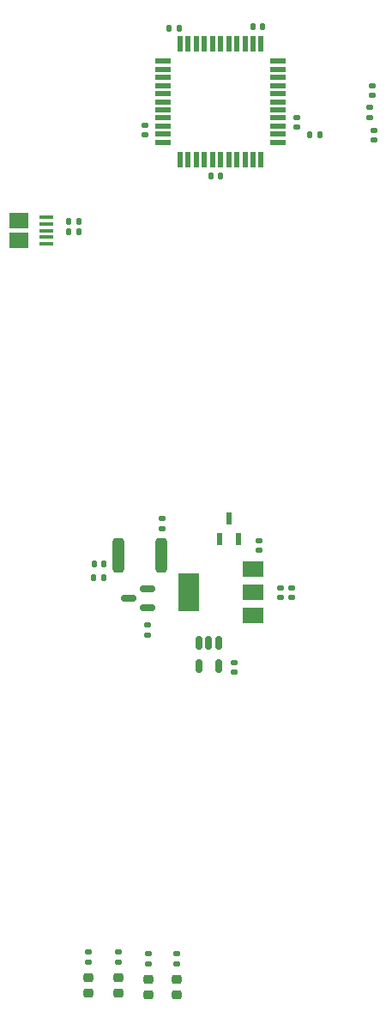
<source format=gbr>
%TF.GenerationSoftware,KiCad,Pcbnew,7.0.8*%
%TF.CreationDate,2023-11-08T08:48:13-05:00*%
%TF.ProjectId,Sleepduino,536c6565-7064-4756-996e-6f2e6b696361,rev?*%
%TF.SameCoordinates,Original*%
%TF.FileFunction,Paste,Top*%
%TF.FilePolarity,Positive*%
%FSLAX46Y46*%
G04 Gerber Fmt 4.6, Leading zero omitted, Abs format (unit mm)*
G04 Created by KiCad (PCBNEW 7.0.8) date 2023-11-08 08:48:13*
%MOMM*%
%LPD*%
G01*
G04 APERTURE LIST*
G04 Aperture macros list*
%AMRoundRect*
0 Rectangle with rounded corners*
0 $1 Rounding radius*
0 $2 $3 $4 $5 $6 $7 $8 $9 X,Y pos of 4 corners*
0 Add a 4 corners polygon primitive as box body*
4,1,4,$2,$3,$4,$5,$6,$7,$8,$9,$2,$3,0*
0 Add four circle primitives for the rounded corners*
1,1,$1+$1,$2,$3*
1,1,$1+$1,$4,$5*
1,1,$1+$1,$6,$7*
1,1,$1+$1,$8,$9*
0 Add four rect primitives between the rounded corners*
20,1,$1+$1,$2,$3,$4,$5,0*
20,1,$1+$1,$4,$5,$6,$7,0*
20,1,$1+$1,$6,$7,$8,$9,0*
20,1,$1+$1,$8,$9,$2,$3,0*%
G04 Aperture macros list end*
%ADD10RoundRect,0.135000X0.135000X0.185000X-0.135000X0.185000X-0.135000X-0.185000X0.135000X-0.185000X0*%
%ADD11RoundRect,0.140000X-0.140000X-0.170000X0.140000X-0.170000X0.140000X0.170000X-0.140000X0.170000X0*%
%ADD12RoundRect,0.140000X0.170000X-0.140000X0.170000X0.140000X-0.170000X0.140000X-0.170000X-0.140000X0*%
%ADD13RoundRect,0.135000X-0.135000X-0.185000X0.135000X-0.185000X0.135000X0.185000X-0.135000X0.185000X0*%
%ADD14RoundRect,0.135000X-0.185000X0.135000X-0.185000X-0.135000X0.185000X-0.135000X0.185000X0.135000X0*%
%ADD15RoundRect,0.218750X0.256250X-0.218750X0.256250X0.218750X-0.256250X0.218750X-0.256250X-0.218750X0*%
%ADD16R,2.000000X1.500000*%
%ADD17R,2.000000X3.800000*%
%ADD18RoundRect,0.140000X0.140000X0.170000X-0.140000X0.170000X-0.140000X-0.170000X0.140000X-0.170000X0*%
%ADD19R,0.533400X1.168400*%
%ADD20RoundRect,0.150000X0.587500X0.150000X-0.587500X0.150000X-0.587500X-0.150000X0.587500X-0.150000X0*%
%ADD21RoundRect,0.140000X-0.170000X0.140000X-0.170000X-0.140000X0.170000X-0.140000X0.170000X0.140000X0*%
%ADD22R,0.550000X1.500000*%
%ADD23R,1.500000X0.550000*%
%ADD24RoundRect,0.135000X0.185000X-0.135000X0.185000X0.135000X-0.185000X0.135000X-0.185000X-0.135000X0*%
%ADD25R,1.350000X0.400000*%
%ADD26R,1.900000X1.500000*%
%ADD27RoundRect,0.150000X-0.150000X0.512500X-0.150000X-0.512500X0.150000X-0.512500X0.150000X0.512500X0*%
%ADD28RoundRect,0.250000X-0.312500X-1.450000X0.312500X-1.450000X0.312500X1.450000X-0.312500X1.450000X0*%
G04 APERTURE END LIST*
D10*
%TO.C,R11*%
X184404000Y-44831000D03*
X183384000Y-44831000D03*
%TD*%
%TO.C,R10*%
X197231000Y-55372000D03*
X198251000Y-55372000D03*
%TD*%
D11*
%TO.C,C12*%
X191643000Y-44704000D03*
X192603000Y-44704000D03*
%TD*%
D12*
%TO.C,C11*%
X195961000Y-53650000D03*
X195961000Y-54610000D03*
%TD*%
%TO.C,C10*%
X180975000Y-55344000D03*
X180975000Y-54384000D03*
%TD*%
D11*
%TO.C,C9*%
X187480000Y-59436000D03*
X188440000Y-59436000D03*
%TD*%
D13*
%TO.C,R6*%
X174494000Y-63923000D03*
X173474000Y-63923000D03*
%TD*%
D14*
%TO.C,R9*%
X175394800Y-135931400D03*
X175394800Y-136951400D03*
%TD*%
%TO.C,R1*%
X181253000Y-103692000D03*
X181253000Y-104712000D03*
%TD*%
D15*
%TO.C,LED_BUILTIN1*%
X178323700Y-140046400D03*
X178323700Y-138471400D03*
%TD*%
D14*
%TO.C,R7*%
X184150000Y-136144000D03*
X184150000Y-137164000D03*
%TD*%
%TO.C,R8*%
X178323700Y-136951400D03*
X178323700Y-135931400D03*
%TD*%
D12*
%TO.C,C1*%
X192253000Y-96337000D03*
X192253000Y-95377000D03*
%TD*%
D16*
%TO.C,U3*%
X191618000Y-102757000D03*
X191618000Y-100457000D03*
D17*
X185318000Y-100457000D03*
D16*
X191618000Y-98157000D03*
%TD*%
D12*
%TO.C,C3*%
X203581000Y-55852000D03*
X203581000Y-54892000D03*
%TD*%
D18*
%TO.C,C7*%
X176903000Y-97689500D03*
X175943000Y-97689500D03*
%TD*%
D12*
%TO.C,C8*%
X182633000Y-93222000D03*
X182633000Y-94182000D03*
%TD*%
D19*
%TO.C,U2*%
X188302999Y-95248000D03*
X190203001Y-95248000D03*
X189253000Y-93216000D03*
%TD*%
D15*
%TO.C,TX1*%
X184150000Y-140208000D03*
X184150000Y-138633000D03*
%TD*%
D20*
%TO.C,Q1*%
X181220500Y-102022000D03*
X181220500Y-100122000D03*
X179345500Y-101072000D03*
%TD*%
D21*
%TO.C,C4*%
X203454000Y-50503000D03*
X203454000Y-51463000D03*
%TD*%
D15*
%TO.C,ON1*%
X175394800Y-140046400D03*
X175394800Y-138471400D03*
%TD*%
D14*
%TO.C,R5*%
X181329300Y-136093000D03*
X181329300Y-137113000D03*
%TD*%
D10*
%TO.C,R3*%
X176903000Y-99009500D03*
X175883000Y-99009500D03*
%TD*%
D13*
%TO.C,R4*%
X174498000Y-64939000D03*
X173478000Y-64939000D03*
%TD*%
D22*
%TO.C,U1*%
X184443000Y-57785000D03*
X185243000Y-57785000D03*
X186043000Y-57785000D03*
X186843000Y-57785000D03*
X187643000Y-57785000D03*
X188443000Y-57785000D03*
X189243000Y-57785000D03*
X190043000Y-57785000D03*
X190843000Y-57785000D03*
X191643000Y-57785000D03*
X192443000Y-57785000D03*
D23*
X194143000Y-56085000D03*
X194143000Y-55285000D03*
X194143000Y-54485000D03*
X194143000Y-53685000D03*
X194143000Y-52885000D03*
X194143000Y-52085000D03*
X194143000Y-51285000D03*
X194143000Y-50485000D03*
X194143000Y-49685000D03*
X194143000Y-48885000D03*
X194143000Y-48085000D03*
D22*
X192443000Y-46385000D03*
X191643000Y-46385000D03*
X190843000Y-46385000D03*
X190043000Y-46385000D03*
X189243000Y-46385000D03*
X188443000Y-46385000D03*
X187643000Y-46385000D03*
X186843000Y-46385000D03*
X186043000Y-46385000D03*
X185243000Y-46385000D03*
X184443000Y-46385000D03*
D23*
X182743000Y-48085000D03*
X182743000Y-48885000D03*
X182743000Y-49685000D03*
X182743000Y-50485000D03*
X182743000Y-51285000D03*
X182743000Y-52085000D03*
X182743000Y-52885000D03*
X182743000Y-53685000D03*
X182743000Y-54485000D03*
X182743000Y-55285000D03*
X182743000Y-56085000D03*
%TD*%
D24*
%TO.C,R2*%
X203200000Y-53686000D03*
X203200000Y-52666000D03*
%TD*%
D25*
%TO.C,J2*%
X171229000Y-63491000D03*
X171229000Y-64141000D03*
X171229000Y-64791000D03*
X171229000Y-65441000D03*
X171229000Y-66091000D03*
D26*
X168529000Y-63791000D03*
X168529000Y-65791000D03*
%TD*%
D21*
%TO.C,C6*%
X189763000Y-108362000D03*
X189763000Y-107402000D03*
%TD*%
%TO.C,C5*%
X195428000Y-100037000D03*
X195428000Y-100997000D03*
%TD*%
D27*
%TO.C,U4*%
X188223000Y-105464500D03*
X187273000Y-105464500D03*
X186323000Y-105464500D03*
X186323000Y-107739500D03*
X188223000Y-107739500D03*
%TD*%
D15*
%TO.C,RX1*%
X181329300Y-140208000D03*
X181329300Y-138633000D03*
%TD*%
D21*
%TO.C,C2*%
X194318000Y-100037000D03*
X194318000Y-100997000D03*
%TD*%
D28*
%TO.C,F1*%
X178315500Y-96842000D03*
X182590500Y-96842000D03*
%TD*%
M02*

</source>
